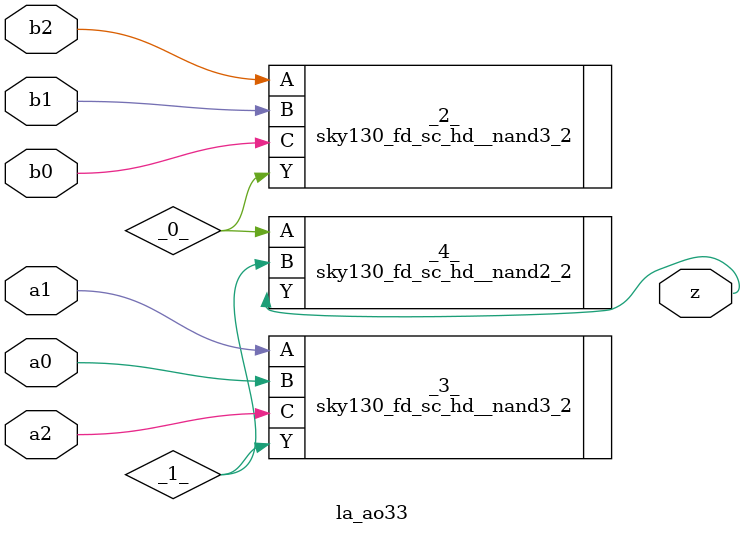
<source format=v>

/* Generated by Yosys 0.44 (git sha1 80ba43d26, g++ 11.4.0-1ubuntu1~22.04 -fPIC -O3) */

(* top =  1  *)
(* src = "inputs/la_ao33.v:10.1-24.10" *)
module la_ao33 (
    a0,
    a1,
    a2,
    b0,
    b1,
    b2,
    z
);
  wire _0_;
  wire _1_;
  (* src = "inputs/la_ao33.v:13.12-13.14" *)
  input a0;
  wire a0;
  (* src = "inputs/la_ao33.v:14.12-14.14" *)
  input a1;
  wire a1;
  (* src = "inputs/la_ao33.v:15.12-15.14" *)
  input a2;
  wire a2;
  (* src = "inputs/la_ao33.v:16.12-16.14" *)
  input b0;
  wire b0;
  (* src = "inputs/la_ao33.v:17.12-17.14" *)
  input b1;
  wire b1;
  (* src = "inputs/la_ao33.v:18.12-18.14" *)
  input b2;
  wire b2;
  (* src = "inputs/la_ao33.v:19.12-19.13" *)
  output z;
  wire z;
  sky130_fd_sc_hd__nand3_2 _2_ (
      .A(b2),
      .B(b1),
      .C(b0),
      .Y(_0_)
  );
  sky130_fd_sc_hd__nand3_2 _3_ (
      .A(a1),
      .B(a0),
      .C(a2),
      .Y(_1_)
  );
  sky130_fd_sc_hd__nand2_2 _4_ (
      .A(_0_),
      .B(_1_),
      .Y(z)
  );
endmodule

</source>
